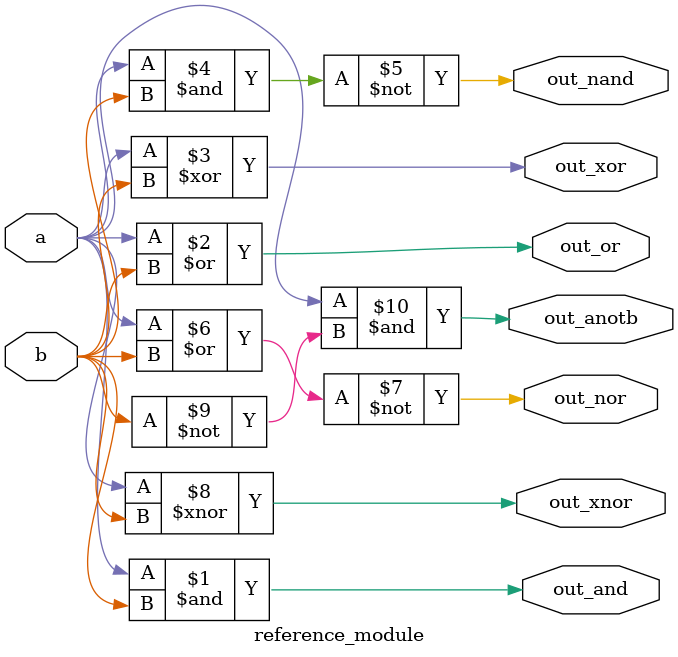
<source format=sv>
module reference_module (
	input a,
	input b,
	output out_and,
	output out_or,
	output out_xor,
	output out_nand,
	output out_nor,
	output out_xnor,
	output out_anotb
);

	assign out_and = a&b;
	assign out_or = a|b;
	assign out_xor = a^b;
	assign out_nand = ~(a&b);
	assign out_nor = ~(a|b);
	assign out_xnor = a^~b;
	assign out_anotb = a & ~b;
	
endmodule

</source>
